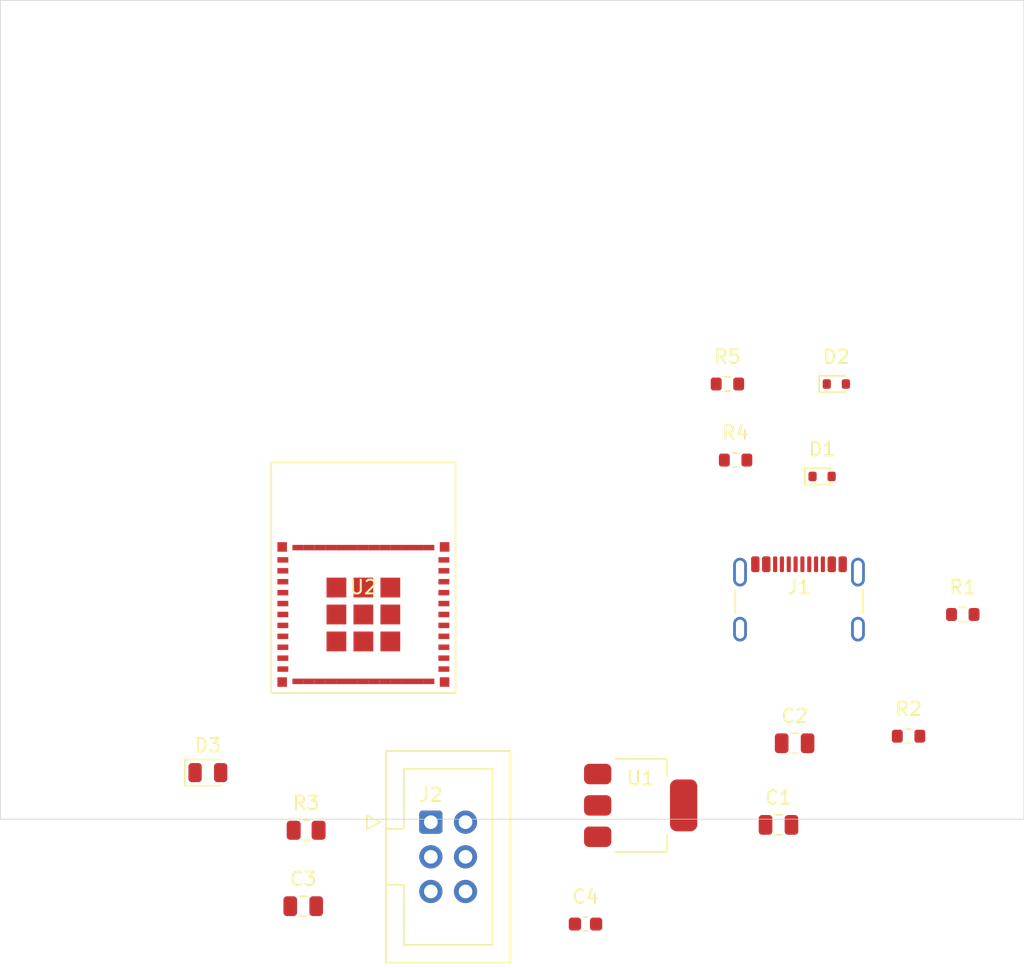
<source format=kicad_pcb>
(kicad_pcb (version 20241229) (generator "pcbnew") (generator_version "9.0")
  (layers (0 "F.Cu" signal) (2 "B.Cu" signal) (13 "F.Paste" user) (15 "B.Paste" user) (5 "F.SilkS" user "F.Silkscreen") (7 "B.SilkS" user "B.Silkscreen") (1 "F.Mask" user) (3 "B.Mask" user) (25 "Edge.Cuts" user))
  (net 0 "")
  (net 1 "GND")
  (net 2 "VBUS")
  (net 3 "N$1")
  (net 4 "N$2")
  (net 5 "USB_DM")
  (net 6 "USB_DP")
  (net 7 "VCC_3V3")
  (net 8 "DEBUG_EN")
  (net 9 "DEBUG_IO0")
  (net 10 "LED_CONTROL")
  (net 11 "DEBUG_TX")
  (net 12 "DEBUG_RX")
  (net 13 "USB_DP_MCU")
  (net 14 "USB_DM_MCU")
  (net 15 "N$3")
  (footprint "Package_TO_SOT_SMD:SOT-223-3_TabPin2" (layer "F.Cu") (at 46.917657912972686 58.99003932596955)
    (property "Reference" "U1" (at 0 -2 0) (layer "F.SilkS") (effects (font (size 1.0 1.0))))
    (property "Value" "")
    (fp_line (start -1.85 -3.41) (end 1.91 -3.41) (stroke (width 0.12)) (layer "F.SilkS"))
    (fp_line (start -1.85 3.41) (end 1.91 3.41) (stroke (width 0.12)) (layer "F.SilkS"))
    (fp_line (start 1.91 -3.41) (end 1.91 -2.15) (stroke (width 0.12)) (layer "F.SilkS"))
    (fp_line (start 1.91 3.41) (end 1.91 2.15) (stroke (width 0.12)) (layer "F.SilkS"))
    (pad "1" smd roundrect (at -3.15 -2.3) (size 2.0 1.5) (layers "F.Cu" "F.Mask" "F.Paste") (net 1 "GND"))
    (pad "2" smd roundrect (at -3.15 0.0) (size 2.0 1.5) (layers "F.Cu" "F.Mask" "F.Paste") (net 7 "VCC_3V3"))
    (pad "2" smd roundrect (at 3.15 0.0) (size 2.0 3.8) (layers "F.Cu" "F.Mask" "F.Paste") (net 7 "VCC_3V3"))
    (pad "3" smd roundrect (at -3.15 2.3) (size 2.0 1.5) (layers "F.Cu" "F.Mask" "F.Paste") (net 2 "VBUS"))
  )
  (footprint "Capacitor_SMD:C_0805_2012Metric" (layer "F.Cu") (at 58.20010170234195 54.43543952143958)
    (property "Reference" "C2" (at 0 -2 0) (layer "F.SilkS") (effects (font (size 1.0 1.0))))
    (property "Value" "10uF")
    (fp_line (start -0.261252 -0.735) (end 0.261252 -0.735) (stroke (width 0.12)) (layer "F.SilkS"))
    (fp_line (start -0.261252 0.735) (end 0.261252 0.735) (stroke (width 0.12)) (layer "F.SilkS"))
    (pad "1" smd roundrect (at -0.95 0.0) (size 1.0 1.45) (layers "F.Cu" "F.Mask" "F.Paste") (net 2 "VBUS"))
    (pad "2" smd roundrect (at 0.95 0.0) (size 1.0 1.45) (layers "F.Cu" "F.Mask" "F.Paste") (net 1 "GND"))
  )
  (footprint "Capacitor_SMD:C_0805_2012Metric" (layer "F.Cu") (at 22.19237515084938 66.3733690427256)
    (property "Reference" "C3" (at 0 -2 0) (layer "F.SilkS") (effects (font (size 1.0 1.0))))
    (property "Value" "22uF")
    (fp_line (start -0.261252 -0.735) (end 0.261252 -0.735) (stroke (width 0.12)) (layer "F.SilkS"))
    (fp_line (start -0.261252 0.735) (end 0.261252 0.735) (stroke (width 0.12)) (layer "F.SilkS"))
    (pad "1" smd roundrect (at -0.95 0.0) (size 1.0 1.45) (layers "F.Cu" "F.Mask" "F.Paste") (net 7 "VCC_3V3"))
    (pad "2" smd roundrect (at 0.95 0.0) (size 1.0 1.45) (layers "F.Cu" "F.Mask" "F.Paste") (net 1 "GND"))
  )
  (footprint "RF_Module:ESP32-C6-MINI-1" (layer "F.Cu") (at 26.599999999999998 45.0)
    (property "Reference" "U2" (at 0 -2 0) (layer "F.SilkS") (effects (font (size 1.0 1.0))))
    (property "Value" "")
    (fp_line (start -6.75 -11.15) (end 6.75 -11.15) (stroke (width 0.12)) (layer "F.SilkS"))
    (fp_line (start -6.75 5.75) (end -6.75 -11.15) (stroke (width 0.12)) (layer "F.SilkS"))
    (fp_line (start 6.75 -11.15) (end 6.75 5.75) (stroke (width 0.12)) (layer "F.SilkS"))
    (fp_line (start 6.75 5.75) (end -6.75 5.75) (stroke (width 0.12)) (layer "F.SilkS"))
    (pad "1" smd rect (at -5.9 -4.0) (size 0.8 0.4) (layers "F.Cu" "F.Mask" "F.Paste") (net 1 "GND"))
    (pad "2" smd rect (at -5.9 -3.2) (size 0.8 0.4) (layers "F.Cu" "F.Mask" "F.Paste") (net 1 "GND"))
    (pad "3" smd rect (at -5.9 -2.4) (size 0.8 0.4) (layers "F.Cu" "F.Mask" "F.Paste") (net 7 "VCC_3V3"))
    (pad "4" smd rect (at -5.9 -1.6) (size 0.8 0.4) (layers "F.Cu" "F.Mask" "F.Paste"))
    (pad "5" smd rect (at -5.9 -0.8) (size 0.8 0.4) (layers "F.Cu" "F.Mask" "F.Paste"))
    (pad "6" smd rect (at -5.9 0.0) (size 0.8 0.4) (layers "F.Cu" "F.Mask" "F.Paste"))
    (pad "7" smd rect (at -5.9 0.8) (size 0.8 0.4) (layers "F.Cu" "F.Mask" "F.Paste"))
    (pad "8" smd rect (at -5.9 1.6) (size 0.8 0.4) (layers "F.Cu" "F.Mask" "F.Paste") (net 8 "DEBUG_EN"))
    (pad "9" smd rect (at -5.9 2.4) (size 0.8 0.4) (layers "F.Cu" "F.Mask" "F.Paste"))
    (pad "10" smd rect (at -5.9 3.2) (size 0.8 0.4) (layers "F.Cu" "F.Mask" "F.Paste"))
    (pad "11" smd rect (at -5.9 4.0) (size 0.8 0.4) (layers "F.Cu" "F.Mask" "F.Paste") (net 1 "GND"))
    (pad "12" smd rect (at -4.8 4.9) (size 0.8 0.4) (layers "F.Cu" "F.Mask" "F.Paste") (net 9 "DEBUG_IO0"))
    (pad "13" smd rect (at -4.0 4.9) (size 0.8 0.4) (layers "F.Cu" "F.Mask" "F.Paste"))
    (pad "14" smd rect (at -3.2 4.9) (size 0.8 0.4) (layers "F.Cu" "F.Mask" "F.Paste") (net 1 "GND"))
    (pad "15" smd rect (at -2.4 4.9) (size 0.8 0.4) (layers "F.Cu" "F.Mask" "F.Paste"))
    (pad "16" smd rect (at -1.6 4.9) (size 0.8 0.4) (layers "F.Cu" "F.Mask" "F.Paste"))
    (pad "17" smd rect (at -0.8 4.9) (size 0.8 0.4) (layers "F.Cu" "F.Mask" "F.Paste"))
    (pad "18" smd rect (at 0.0 4.9) (size 0.8 0.4) (layers "F.Cu" "F.Mask" "F.Paste"))
    (pad "19" smd rect (at 0.8 4.9) (size 0.8 0.4) (layers "F.Cu" "F.Mask" "F.Paste"))
    (pad "20" smd rect (at 1.6 4.9) (size 0.8 0.4) (layers "F.Cu" "F.Mask" "F.Paste"))
    (pad "21" smd rect (at 2.4 4.9) (size 0.8 0.4) (layers "F.Cu" "F.Mask" "F.Paste"))
    (pad "22" smd rect (at 3.2 4.9) (size 0.8 0.4) (layers "F.Cu" "F.Mask" "F.Paste") (net 10 "LED_CONTROL"))
    (pad "23" smd rect (at 4.0 4.9) (size 0.8 0.4) (layers "F.Cu" "F.Mask" "F.Paste"))
    (pad "24" smd rect (at 4.8 4.9) (size 0.8 0.4) (layers "F.Cu" "F.Mask" "F.Paste") (net 13 "USB_DP_MCU"))
    (pad "25" smd rect (at 5.9 4.0) (size 0.8 0.4) (layers "F.Cu" "F.Mask" "F.Paste") (net 14 "USB_DM_MCU"))
    (pad "26" smd rect (at 5.9 3.2) (size 0.8 0.4) (layers "F.Cu" "F.Mask" "F.Paste"))
    (pad "27" smd rect (at 5.9 2.4) (size 0.8 0.4) (layers "F.Cu" "F.Mask" "F.Paste"))
    (pad "28" smd rect (at 5.9 1.6) (size 0.8 0.4) (layers "F.Cu" "F.Mask" "F.Paste"))
    (pad "29" smd rect (at 5.9 0.8) (size 0.8 0.4) (layers "F.Cu" "F.Mask" "F.Paste"))
    (pad "30" smd rect (at 5.9 0.0) (size 0.8 0.4) (layers "F.Cu" "F.Mask" "F.Paste") (net 12 "DEBUG_RX"))
    (pad "31" smd rect (at 5.9 -0.8) (size 0.8 0.4) (layers "F.Cu" "F.Mask" "F.Paste") (net 11 "DEBUG_TX"))
    (pad "32" smd rect (at 5.9 -1.6) (size 0.8 0.4) (layers "F.Cu" "F.Mask" "F.Paste"))
    (pad "33" smd rect (at 5.9 -2.4) (size 0.8 0.4) (layers "F.Cu" "F.Mask" "F.Paste"))
    (pad "34" smd rect (at 5.9 -3.2) (size 0.8 0.4) (layers "F.Cu" "F.Mask" "F.Paste"))
    (pad "35" smd rect (at 5.9 -4.0) (size 0.8 0.4) (layers "F.Cu" "F.Mask" "F.Paste"))
    (pad "36" smd rect (at 4.8 -4.9) (size 0.8 0.4) (layers "F.Cu" "F.Mask" "F.Paste") (net 1 "GND"))
    (pad "37" smd rect (at 4.0 -4.9) (size 0.8 0.4) (layers "F.Cu" "F.Mask" "F.Paste") (net 1 "GND"))
    (pad "38" smd rect (at 3.2 -4.9) (size 0.8 0.4) (layers "F.Cu" "F.Mask" "F.Paste") (net 1 "GND"))
    (pad "39" smd rect (at 2.4 -4.9) (size 0.8 0.4) (layers "F.Cu" "F.Mask" "F.Paste") (net 1 "GND"))
    (pad "40" smd rect (at 1.6 -4.9) (size 0.8 0.4) (layers "F.Cu" "F.Mask" "F.Paste") (net 1 "GND"))
    (pad "41" smd rect (at 0.8 -4.9) (size 0.8 0.4) (layers "F.Cu" "F.Mask" "F.Paste") (net 1 "GND"))
    (pad "42" smd rect (at 0.0 -4.9) (size 0.8 0.4) (layers "F.Cu" "F.Mask" "F.Paste") (net 1 "GND"))
    (pad "43" smd rect (at -0.8 -4.9) (size 0.8 0.4) (layers "F.Cu" "F.Mask" "F.Paste") (net 1 "GND"))
    (pad "44" smd rect (at -1.6 -4.9) (size 0.8 0.4) (layers "F.Cu" "F.Mask" "F.Paste") (net 1 "GND"))
    (pad "45" smd rect (at -2.4 -4.9) (size 0.8 0.4) (layers "F.Cu" "F.Mask" "F.Paste") (net 1 "GND"))
    (pad "46" smd rect (at -3.2 -4.9) (size 0.8 0.4) (layers "F.Cu" "F.Mask" "F.Paste") (net 1 "GND"))
    (pad "47" smd rect (at -4.0 -4.9) (size 0.8 0.4) (layers "F.Cu" "F.Mask" "F.Paste") (net 1 "GND"))
    (pad "48" smd rect (at -4.8 -4.9) (size 0.8 0.4) (layers "F.Cu" "F.Mask" "F.Paste") (net 1 "GND"))
    (pad "49" smd roundrect (at -1.975 -1.975) (size 1.45 1.45) (layers "F.Cu" "F.Mask" "F.Paste") (roundrect_rratio 0.0) (net 1 "GND") (property pad_prop_heatsink))
    (pad "49" smd rect (at -1.975 0.0) (size 1.45 1.45) (layers "F.Cu" "F.Mask" "F.Paste") (net 1 "GND") (property pad_prop_heatsink))
    (pad "49" smd rect (at -1.975 1.975) (size 1.45 1.45) (layers "F.Cu" "F.Mask" "F.Paste") (net 1 "GND") (property pad_prop_heatsink))
    (pad "49" smd rect (at 0.0 -1.975) (size 1.45 1.45) (layers "F.Cu" "F.Mask" "F.Paste") (net 1 "GND") (property pad_prop_heatsink))
    (pad "49" smd rect (size 1.45 1.45) (layers "F.Cu" "F.Mask" "F.Paste") (net 1 "GND") (property pad_prop_heatsink))
    (pad "49" smd rect (at 0.0 1.975) (size 1.45 1.45) (layers "F.Cu" "F.Mask" "F.Paste") (net 1 "GND") (property pad_prop_heatsink))
    (pad "49" smd rect (at 1.975 -1.975) (size 1.45 1.45) (layers "F.Cu" "F.Mask" "F.Paste") (net 1 "GND") (property pad_prop_heatsink))
    (pad "49" smd rect (at 1.975 0.0) (size 1.45 1.45) (layers "F.Cu" "F.Mask" "F.Paste") (net 1 "GND") (property pad_prop_heatsink))
    (pad "49" smd rect (at 1.975 1.975) (size 1.45 1.45) (layers "F.Cu" "F.Mask" "F.Paste") (net 1 "GND") (property pad_prop_heatsink))
    (pad "50" smd rect (at 5.95 -4.95) (size 0.7 0.7) (layers "F.Cu" "F.Mask" "F.Paste") (net 1 "GND"))
    (pad "51" smd rect (at 5.95 4.95) (size 0.7 0.7) (layers "F.Cu" "F.Mask" "F.Paste") (net 1 "GND"))
    (pad "52" smd rect (at -5.95 4.95) (size 0.7 0.7) (layers "F.Cu" "F.Mask" "F.Paste") (net 1 "GND"))
    (pad "53" smd rect (at -5.95 -4.95) (size 0.7 0.7) (layers "F.Cu" "F.Mask" "F.Paste") (net 1 "GND"))
  )
  (footprint "Capacitor_SMD:C_0603_1608Metric" (layer "F.Cu") (at 42.87654872950142 67.68263060453839)
    (property "Reference" "C4" (at 0 -2 0) (layer "F.SilkS") (effects (font (size 1.0 1.0))))
    (property "Value" "100nF")
    (fp_line (start -0.14058 -0.51) (end 0.14058 -0.51) (stroke (width 0.12)) (layer "F.SilkS"))
    (fp_line (start -0.14058 0.51) (end 0.14058 0.51) (stroke (width 0.12)) (layer "F.SilkS"))
    (pad "1" smd roundrect (at -0.775 0.0) (size 0.9 0.95) (layers "F.Cu" "F.Mask" "F.Paste") (net 7 "VCC_3V3"))
    (pad "2" smd roundrect (at 0.775 0.0) (size 0.9 0.95) (layers "F.Cu" "F.Mask" "F.Paste") (net 1 "GND"))
  )
  (footprint "Resistor_SMD:R_0603_1608Metric" (layer "F.Cu") (at 53.873708498984755 33.68629150101523)
    (property "Reference" "R4" (at 0 -2 0) (layer "F.SilkS") (effects (font (size 1.0 1.0))))
    (property "Value" "22")
    (fp_line (start -0.237258 -0.5225) (end 0.237258 -0.5225) (stroke (width 0.12)) (layer "F.SilkS"))
    (fp_line (start -0.237258 0.5225) (end 0.237258 0.5225) (stroke (width 0.12)) (layer "F.SilkS"))
    (pad "1" smd roundrect (at -0.825 0.0) (size 0.8 0.95) (layers "F.Cu" "F.Mask" "F.Paste") (net 6 "USB_DP"))
    (pad "2" smd roundrect (at 0.825 0.0) (size 0.8 0.95) (layers "F.Cu" "F.Mask" "F.Paste") (net 13 "USB_DP_MCU"))
  )
  (footprint "Resistor_SMD:R_0603_1608Metric" (layer "F.Cu") (at 53.276535899579926 28.1134414899597)
    (property "Reference" "R5" (at 0 -2 0) (layer "F.SilkS") (effects (font (size 1.0 1.0))))
    (property "Value" "22")
    (fp_line (start -0.237258 -0.5225) (end 0.237258 -0.5225) (stroke (width 0.12)) (layer "F.SilkS"))
    (fp_line (start -0.237258 0.5225) (end 0.237258 0.5225) (stroke (width 0.12)) (layer "F.SilkS"))
    (pad "1" smd roundrect (at -0.825 0.0) (size 0.8 0.95) (layers "F.Cu" "F.Mask" "F.Paste") (net 5 "USB_DM"))
    (pad "2" smd roundrect (at 0.825 0.0) (size 0.8 0.95) (layers "F.Cu" "F.Mask" "F.Paste") (net 14 "USB_DM_MCU"))
  )
  (footprint "Connector_IDC:IDC-Header_2x03_P2.54mm_Vertical" (layer "F.Cu") (at 31.54427190999916 60.21690426072246)
    (property "Reference" "J2" (at 0 -2 0) (layer "F.SilkS") (effects (font (size 1.0 1.0))))
    (property "Value" "")
    (fp_line (start -4.68 -0.5) (end -4.68 0.5) (stroke (width 0.12)) (layer "F.SilkS"))
    (fp_line (start -4.68 0.5) (end -3.68 0.0) (stroke (width 0.12)) (layer "F.SilkS"))
    (fp_line (start -3.68 0.0) (end -4.68 -0.5) (stroke (width 0.12)) (layer "F.SilkS"))
    (fp_line (start -3.29 -5.21) (end 5.83 -5.21) (stroke (width 0.12)) (layer "F.SilkS"))
    (fp_line (start -3.29 0.49) (end -1.98 0.49) (stroke (width 0.12)) (layer "F.SilkS"))
    (fp_line (start -3.29 10.29) (end -3.29 -5.21) (stroke (width 0.12)) (layer "F.SilkS"))
    (fp_line (start -1.98 -3.91) (end 4.52 -3.91) (stroke (width 0.12)) (layer "F.SilkS"))
    (fp_line (start -1.98 0.49) (end -1.98 -3.91) (stroke (width 0.12)) (layer "F.SilkS"))
    (fp_line (start -1.98 4.59) (end -3.29 4.59) (stroke (width 0.12)) (layer "F.SilkS"))
    (fp_line (start -1.98 4.59) (end -1.98 4.59) (stroke (width 0.12)) (layer "F.SilkS"))
    (fp_line (start -1.98 8.99) (end -1.98 4.59) (stroke (width 0.12)) (layer "F.SilkS"))
    (fp_line (start 4.52 -3.91) (end 4.52 8.99) (stroke (width 0.12)) (layer "F.SilkS"))
    (fp_line (start 4.52 8.99) (end -1.98 8.99) (stroke (width 0.12)) (layer "F.SilkS"))
    (fp_line (start 5.83 -5.21) (end 5.83 10.29) (stroke (width 0.12)) (layer "F.SilkS"))
    (fp_line (start 5.83 10.29) (end -3.29 10.29) (stroke (width 0.12)) (layer "F.SilkS"))
    (pad "1" thru_hole roundrect (size 1.7 1.7) (layers "*.Cu" "*.Mask") (drill 1.0) (roundrect_rratio 0.147059) (net 8 "DEBUG_EN"))
    (pad "2" thru_hole circle (at 2.54 0.0) (size 1.7 1.7) (layers "*.Cu" "*.Mask") (drill 1.0) (net 7 "VCC_3V3"))
    (pad "3" thru_hole circle (at 0.0 2.54) (size 1.7 1.7) (layers "*.Cu" "*.Mask") (drill 1.0) (net 11 "DEBUG_TX"))
    (pad "4" thru_hole circle (at 2.54 2.54) (size 1.7 1.7) (layers "*.Cu" "*.Mask") (drill 1.0) (net 1 "GND"))
    (pad "5" thru_hole circle (at 0.0 5.08) (size 1.7 1.7) (layers "*.Cu" "*.Mask") (drill 1.0) (net 12 "DEBUG_RX"))
    (pad "6" thru_hole circle (at 2.54 5.08) (size 1.7 1.7) (layers "*.Cu" "*.Mask") (drill 1.0) (net 9 "DEBUG_IO0"))
  )
  (footprint "LED_SMD:LED_0805_2012Metric" (layer "F.Cu") (at 15.205774702962529 56.58625563178502)
    (property "Reference" "D3" (at 0 -2 0) (layer "F.SilkS") (effects (font (size 1.0 1.0))))
    (property "Value" "")
    (fp_line (start -1.685 -0.96) (end -1.685 0.96) (stroke (width 0.12)) (layer "F.SilkS"))
    (fp_line (start -1.685 0.96) (end 1.0 0.96) (stroke (width 0.12)) (layer "F.SilkS"))
    (fp_line (start 1.0 -0.96) (end -1.685 -0.96) (stroke (width 0.12)) (layer "F.SilkS"))
    (pad "1" smd roundrect (at -0.9375 0.0) (size 0.975 1.4) (layers "F.Cu" "F.Mask" "F.Paste") (net 10 "LED_CONTROL"))
    (pad "2" smd roundrect (at 0.9375 0.0) (size 0.975 1.4) (layers "F.Cu" "F.Mask" "F.Paste") (net 15 "N$3"))
  )
  (footprint "Resistor_SMD:R_0805_2012Metric" (layer "F.Cu") (at 22.407079123690085 60.810020209876484)
    (property "Reference" "R3" (at 0 -2 0) (layer "F.SilkS") (effects (font (size 1.0 1.0))))
    (property "Value" "330")
    (fp_line (start -0.227064 -0.735) (end 0.227064 -0.735) (stroke (width 0.12)) (layer "F.SilkS"))
    (fp_line (start -0.227064 0.735) (end 0.227064 0.735) (stroke (width 0.12)) (layer "F.SilkS"))
    (pad "1" smd roundrect (at -0.9125 0.0) (size 1.025 1.4) (layers "F.Cu" "F.Mask" "F.Paste") (roundrect_rratio 0.243902) (net 7 "VCC_3V3"))
    (pad "2" smd roundrect (at 0.9125 0.0) (size 1.025 1.4) (layers "F.Cu" "F.Mask" "F.Paste") (roundrect_rratio 0.243902) (net 15 "N$3"))
  )
  (footprint "Connector_USB:USB_C_Receptacle_GCT_USB4105-xx-A_16P_TopMnt_Horizontal" (layer "F.Cu") (at 58.519999999999996 45.0)
    (property "Reference" "J1" (at 0 -2 0) (layer "F.SilkS") (effects (font (size 1.0 1.0))))
    (property "Value" "")
    (fp_line (start -4.67 -0.1) (end -4.67 -1.8) (stroke (width 0.12)) (layer "F.SilkS"))
    (fp_line (start 4.67 -0.1) (end 4.67 -1.8) (stroke (width 0.12)) (layer "F.SilkS"))
    (pad "" np_thru_hole circle (at -2.89 -2.605) (size 0.65 0.65) (layers "F&B.Cu" "*.Mask") (drill 0.65))
    (pad "" np_thru_hole circle (at 2.89 -2.605) (size 0.65 0.65) (layers "F&B.Cu" "*.Mask") (drill 0.65))
    (pad "A1" smd roundrect (at -3.2 -3.68) (size 0.6 1.15) (layers "F.Cu" "F.Mask" "F.Paste") (net 1 "GND"))
    (pad "A4" smd roundrect (at -2.4 -3.68) (size 0.6 1.15) (layers "F.Cu" "F.Mask" "F.Paste") (net 2 "VBUS"))
    (pad "A5" smd roundrect (at -1.25 -3.68) (size 0.3 1.15) (layers "F.Cu" "F.Mask" "F.Paste") (net 3 "N$1"))
    (pad "A6" smd roundrect (at -0.25 -3.68) (size 0.3 1.15) (layers "F.Cu" "F.Mask" "F.Paste") (net 6 "USB_DP"))
    (pad "A7" smd roundrect (at 0.25 -3.68) (size 0.3 1.15) (layers "F.Cu" "F.Mask" "F.Paste") (net 5 "USB_DM"))
    (pad "A8" smd roundrect (at 1.25 -3.68) (size 0.3 1.15) (layers "F.Cu" "F.Mask" "F.Paste"))
    (pad "A9" smd roundrect (at 2.4 -3.68) (size 0.6 1.15) (layers "F.Cu" "F.Mask" "F.Paste") (net 2 "VBUS"))
    (pad "A12" smd roundrect (at 3.2 -3.68) (size 0.6 1.15) (layers "F.Cu" "F.Mask" "F.Paste") (net 1 "GND"))
    (pad "B1" smd roundrect (at 3.2 -3.68) (size 0.6 1.15) (layers "F.Cu" "F.Mask" "F.Paste") (net 1 "GND"))
    (pad "B4" smd roundrect (at 2.4 -3.68) (size 0.6 1.15) (layers "F.Cu" "F.Mask" "F.Paste") (net 2 "VBUS"))
    (pad "B5" smd roundrect (at 1.75 -3.68) (size 0.3 1.15) (layers "F.Cu" "F.Mask" "F.Paste") (net 4 "N$2"))
    (pad "B6" smd roundrect (at 0.75 -3.68) (size 0.3 1.15) (layers "F.Cu" "F.Mask" "F.Paste") (net 6 "USB_DP"))
    (pad "B7" smd roundrect (at -0.75 -3.68) (size 0.3 1.15) (layers "F.Cu" "F.Mask" "F.Paste") (net 5 "USB_DM"))
    (pad "B8" smd roundrect (at -1.75 -3.68) (size 0.3 1.15) (layers "F.Cu" "F.Mask" "F.Paste"))
    (pad "B9" smd roundrect (at -2.4 -3.68) (size 0.6 1.15) (layers "F.Cu" "F.Mask" "F.Paste") (net 2 "VBUS"))
    (pad "B12" smd roundrect (at -3.2 -3.68) (size 0.6 1.15) (layers "F.Cu" "F.Mask" "F.Paste") (net 1 "GND"))
    (pad "S1" thru_hole oval (at -4.32 -3.105) (size 1.0 2.1) (layers "*.Cu" "*.Mask" "F.Paste") (drill oval 0.6 1.7) (net 1 "GND") (property pad_prop_heatsink))
    (pad "S1" thru_hole oval (at -4.32 1.075) (size 1.0 1.8) (layers "*.Cu" "*.Mask" "F.Paste") (drill oval 0.6 1.4) (net 1 "GND") (property pad_prop_heatsink))
    (pad "S1" thru_hole oval (at 4.32 -3.105) (size 1.0 2.1) (layers "*.Cu" "*.Mask" "F.Paste") (drill oval 0.6 1.7) (net 1 "GND") (property pad_prop_heatsink))
    (pad "S1" thru_hole oval (at 4.32 1.075) (size 1.0 1.8) (layers "*.Cu" "*.Mask" "F.Paste") (drill oval 0.6 1.4) (net 1 "GND") (property pad_prop_heatsink))
  )
  (footprint "Resistor_SMD:R_0603_1608Metric" (layer "F.Cu") (at 70.52 45.0)
    (property "Reference" "R1" (at 0 -2 0) (layer "F.SilkS") (effects (font (size 1.0 1.0))))
    (property "Value" "5.1k")
    (fp_line (start -0.237258 -0.5225) (end 0.237258 -0.5225) (stroke (width 0.12)) (layer "F.SilkS"))
    (fp_line (start -0.237258 0.5225) (end 0.237258 0.5225) (stroke (width 0.12)) (layer "F.SilkS"))
    (pad "1" smd roundrect (at -0.825 0.0) (size 0.8 0.95) (layers "F.Cu" "F.Mask" "F.Paste") (net 3 "N$1"))
    (pad "2" smd roundrect (at 0.825 0.0) (size 0.8 0.95) (layers "F.Cu" "F.Mask" "F.Paste") (net 1 "GND"))
  )
  (footprint "Resistor_SMD:R_0603_1608Metric" (layer "F.Cu") (at 66.54956727630629 53.91773790572873)
    (property "Reference" "R2" (at 0 -2 0) (layer "F.SilkS") (effects (font (size 1.0 1.0))))
    (property "Value" "5.1k")
    (fp_line (start -0.237258 -0.5225) (end 0.237258 -0.5225) (stroke (width 0.12)) (layer "F.SilkS"))
    (fp_line (start -0.237258 0.5225) (end 0.237258 0.5225) (stroke (width 0.12)) (layer "F.SilkS"))
    (pad "1" smd roundrect (at -0.825 0.0) (size 0.8 0.95) (layers "F.Cu" "F.Mask" "F.Paste") (net 4 "N$2"))
    (pad "2" smd roundrect (at 0.825 0.0) (size 0.8 0.95) (layers "F.Cu" "F.Mask" "F.Paste") (net 1 "GND"))
  )
  (footprint "Diode_SMD:D_SOD-523" (layer "F.Cu") (at 60.21163788764552 34.88427679764325)
    (property "Reference" "D1" (at 0 -2 0) (layer "F.SilkS") (effects (font (size 1.0 1.0))))
    (property "Value" "")
    (fp_line (start -1.26 -0.6) (end -1.26 0.6) (stroke (width 0.12)) (layer "F.SilkS"))
    (fp_line (start 0.7 -0.6) (end -1.26 -0.6) (stroke (width 0.12)) (layer "F.SilkS"))
    (fp_line (start 0.7 0.6) (end -1.26 0.6) (stroke (width 0.12)) (layer "F.SilkS"))
    (pad "1" smd roundrect (at -0.7 0.0) (size 0.6 0.7) (layers "F.Cu" "F.Mask" "F.Paste") (net 6 "USB_DP"))
    (pad "2" smd roundrect (at 0.7 0.0) (size 0.6 0.7) (layers "F.Cu" "F.Mask" "F.Paste") (net 1 "GND"))
  )
  (footprint "Diode_SMD:D_SOD-523" (layer "F.Cu") (at 61.25653589957993 28.113441489959698)
    (property "Reference" "D2" (at 0 -2 0) (layer "F.SilkS") (effects (font (size 1.0 1.0))))
    (property "Value" "")
    (fp_line (start -1.26 -0.6) (end -1.26 0.6) (stroke (width 0.12)) (layer "F.SilkS"))
    (fp_line (start 0.7 -0.6) (end -1.26 -0.6) (stroke (width 0.12)) (layer "F.SilkS"))
    (fp_line (start 0.7 0.6) (end -1.26 0.6) (stroke (width 0.12)) (layer "F.SilkS"))
    (pad "1" smd roundrect (at -0.7 0.0) (size 0.6 0.7) (layers "F.Cu" "F.Mask" "F.Paste") (net 5 "USB_DM"))
    (pad "2" smd roundrect (at 0.7 0.0) (size 0.6 0.7) (layers "F.Cu" "F.Mask" "F.Paste") (net 1 "GND"))
  )
  (footprint "Capacitor_SMD:C_0805_2012Metric" (layer "F.Cu") (at 57.01805582677112 60.4169450794976)
    (property "Reference" "C1" (at 0 -2 0) (layer "F.SilkS") (effects (font (size 1.0 1.0))))
    (property "Value" "10uF")
    (fp_line (start -0.261252 -0.735) (end 0.261252 -0.735) (stroke (width 0.12)) (layer "F.SilkS"))
    (fp_line (start -0.261252 0.735) (end 0.261252 0.735) (stroke (width 0.12)) (layer "F.SilkS"))
    (pad "1" smd roundrect (at -0.95 0.0) (size 1.0 1.45) (layers "F.Cu" "F.Mask" "F.Paste") (net 2 "VBUS"))
    (pad "2" smd roundrect (at 0.95 0.0) (size 1.0 1.45) (layers "F.Cu" "F.Mask" "F.Paste") (net 1 "GND"))
  )
  (gr_rect (start 0 0) (end 75.0 60.0) (stroke (width 0.05)) (fill no) (layer "Edge.Cuts"))
)
</source>
